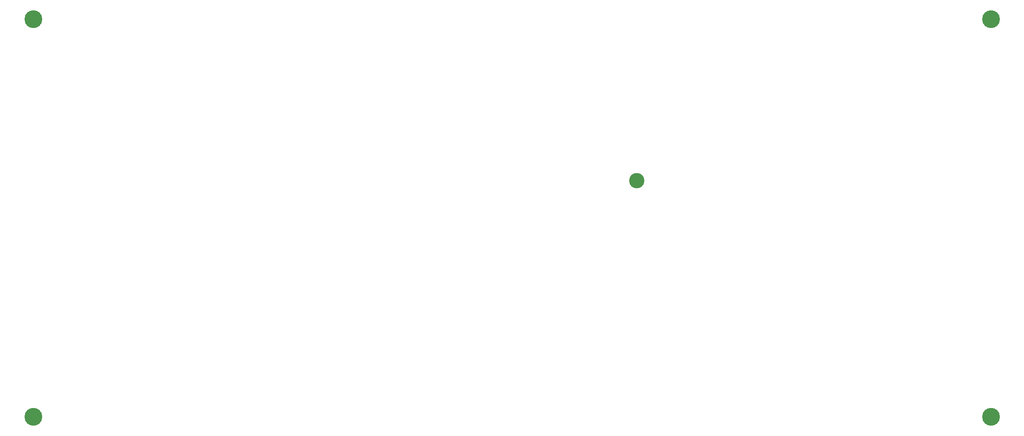
<source format=gbr>
G04 #@! TF.GenerationSoftware,KiCad,Pcbnew,(5.1.8)-1*
G04 #@! TF.CreationDate,2021-03-28T18:17:30+02:00*
G04 #@! TF.ProjectId,pfm3_topsurface,70666d33-5f74-46f7-9073-757266616365,v1.2 / 176*
G04 #@! TF.SameCoordinates,Original*
G04 #@! TF.FileFunction,Soldermask,Top*
G04 #@! TF.FilePolarity,Negative*
%FSLAX46Y46*%
G04 Gerber Fmt 4.6, Leading zero omitted, Abs format (unit mm)*
G04 Created by KiCad (PCBNEW (5.1.8)-1) date 2021-03-28 18:17:30*
%MOMM*%
%LPD*%
G01*
G04 APERTURE LIST*
%ADD10C,3.102000*%
%ADD11C,3.602000*%
G04 APERTURE END LIST*
D10*
X173228000Y-74041000D03*
D11*
X50800000Y-121920000D03*
X50800000Y-41275000D03*
X245110000Y-41275000D03*
X245110000Y-121920000D03*
M02*

</source>
